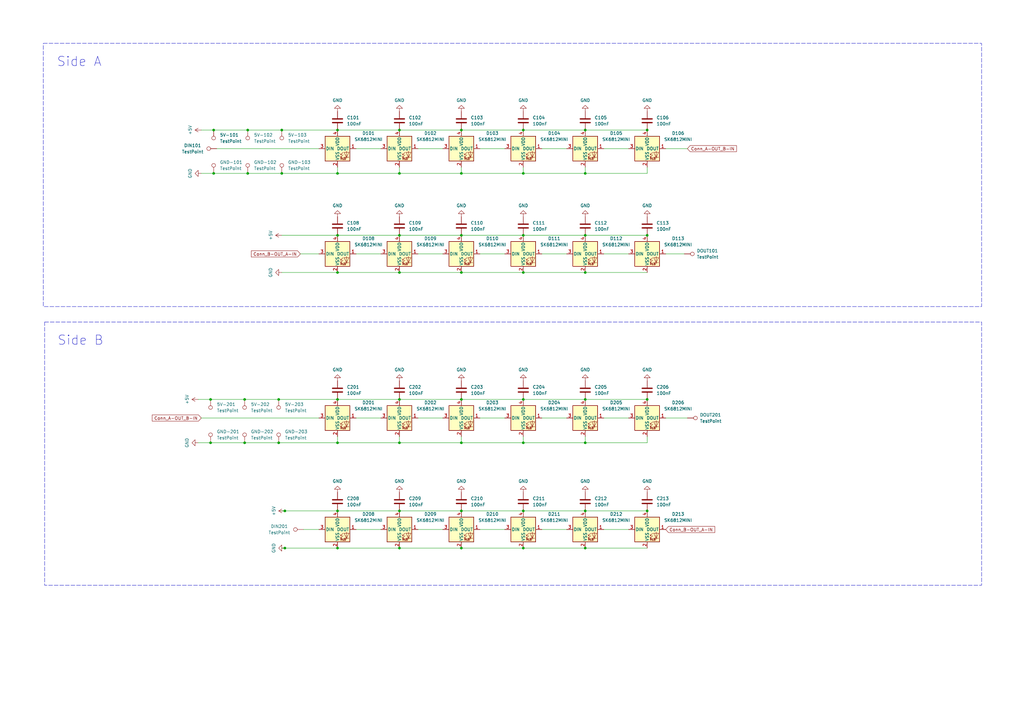
<source format=kicad_sch>
(kicad_sch (version 20231120) (generator "eeschema") (generator_version "8.0")
  (paper "A3")
  (title_block (title "Christmas Tree 2024 - Side B") (date "2024-10-27") (rev "2.1") (company "Sternenlabor e.V.") (comment 1 "André Fiedler <mail@andrefiedler.de>"))
  (lib_symbols
    (symbol "Connector:TestPoint" (pin_numbers hide) (pin_names (offset 0.762) hide)
      (property "Reference" "TP" (at 0 6.858 0))
      (property "Value" "TestPoint" (at 0 5.08 0))
      (symbol "TestPoint_0_1"
        (circle (center 0 3.302) (radius 0.762))
      )
      (symbol "TestPoint_1_1"
        (pin passive line (at 0 0 90) (length 2.54) (name "1") (number "1"))
      )
    )
    (symbol "Device:C" (pin_numbers hide) (pin_names (offset 0.254))
      (property "Reference" "C" (at 0.635 2.54 0))
      (property "Value" "C" (at 0.635 -2.54 0))
      (symbol "C_0_1"
        (polyline (pts (xy -2.032 -0.762) (xy 2.032 -0.762)) (stroke (width 0.508)))
        (polyline (pts (xy -2.032 0.762) (xy 2.032 0.762)) (stroke (width 0.508)))
      )
      (symbol "C_1_1"
        (pin passive line (at 0 3.81 270) (length 2.794) (name "~") (number "1"))
        (pin passive line (at 0 -3.81 90) (length 2.794) (name "~") (number "2"))
      )
    )
    (symbol "LED:SK6812MINI" (pin_names (offset 0.254))
      (property "Reference" "D" (at 5.08 5.715 0))
      (property "Value" "SK6812MINI" (at 1.27 -5.715 0))
      (symbol "SK6812MINI_0_0"
        (text "RGB" (at 2.286 -4.191 0) (effects (font (size 0.762 0.762))))
      )
      (symbol "SK6812MINI_0_1"
        (polyline (pts (xy 1.27 -3.556) (xy 1.778 -3.556)))
        (polyline (pts (xy 1.27 -2.54) (xy 1.778 -2.54)))
        (polyline (pts (xy 4.699 -3.556) (xy 2.667 -3.556)))
        (polyline (pts (xy 2.286 -2.54) (xy 1.27 -3.556) (xy 1.27 -3.048)))
        (polyline (pts (xy 2.286 -1.524) (xy 1.27 -2.54) (xy 1.27 -2.032)))
        (polyline (pts (xy 3.683 -1.016) (xy 3.683 -3.556) (xy 3.683 -4.064)))
        (polyline (pts (xy 4.699 -1.524) (xy 2.667 -1.524) (xy 3.683 -3.556) (xy 4.699 -1.524)))
        (rectangle (start 5.08 5.08) (end -5.08 -5.08) (stroke (width 0.254)) (fill (type background)))
      )
      (symbol "SK6812MINI_1_1"
        (pin output line (at 7.62 0 180) (length 2.54) (name "DOUT") (number "1"))
        (pin power_in line (at 0 -7.62 90) (length 2.54) (name "VSS") (number "2"))
        (pin input line (at -7.62 0 0) (length 2.54) (name "DIN") (number "3"))
        (pin power_in line (at 0 7.62 270) (length 2.54) (name "VDD") (number "4"))
      )
    )
    (symbol "power:+5V" (power) (pin_names (offset 0))
      (property "Value" "+5V" (at 0 3.556 0))
      (symbol "+5V_0_1"
        (polyline (pts (xy -0.762 1.27) (xy 0 2.54)))
        (polyline (pts (xy 0 0) (xy 0 2.54)))
        (polyline (pts (xy 0 2.54) (xy 0.762 1.27)))
      )
      (symbol "+5V_1_1"
        (pin power_in line (at 0 0 90) (length 0) hide (name "+5V") (number "1"))
      )
    )
    (symbol "power:GND" (power) (pin_names (offset 0))
      (property "Value" "GND" (at 0 -3.81 0))
      (symbol "GND_0_1"
        (polyline (pts (xy 0 0) (xy 0 -1.27) (xy 1.27 -1.27) (xy 0 -2.54) (xy -1.27 -1.27) (xy 0 -1.27)))
      )
      (symbol "GND_1_1"
        (pin power_in line (at 0 0 270) (length 0) hide (name "GND") (number "1"))
      )
    )
  )
  (junction (at 214.63 53.34))
  (junction (at 189.23 209.55))
  (junction (at 240.03 96.52))
  (junction (at 100.33 163.83))
  (junction (at 214.63 96.52))
  (junction (at 101.6 71.12))
  (junction (at 115.57 71.12))
  (junction (at 240.03 53.34))
  (junction (at 114.3 181.61))
  (junction (at 87.63 53.34))
  (junction (at 189.23 71.12))
  (junction (at 138.43 111.76))
  (junction (at 163.83 71.12))
  (junction (at 86.36 181.61))
  (junction (at 138.43 224.79))
  (junction (at 116.84 209.55))
  (junction (at 86.36 163.83))
  (junction (at 240.03 163.83))
  (junction (at 189.23 96.52))
  (junction (at 240.03 209.55))
  (junction (at 189.23 224.79))
  (junction (at 214.63 224.79))
  (junction (at 189.23 181.61))
  (junction (at 87.63 71.12))
  (junction (at 189.23 163.83))
  (junction (at 115.57 53.34))
  (junction (at 240.03 111.76))
  (junction (at 138.43 163.83))
  (junction (at 265.43 163.83))
  (junction (at 265.43 53.34))
  (junction (at 214.63 181.61))
  (junction (at 138.43 181.61))
  (junction (at 101.6 53.34))
  (junction (at 163.83 181.61))
  (junction (at 116.84 224.79))
  (junction (at 163.83 96.52))
  (junction (at 214.63 163.83))
  (junction (at 240.03 181.61))
  (junction (at 214.63 71.12))
  (junction (at 163.83 53.34))
  (junction (at 265.43 96.52))
  (junction (at 138.43 96.52))
  (junction (at 163.83 224.79))
  (junction (at 163.83 209.55))
  (junction (at 189.23 111.76))
  (junction (at 138.43 209.55))
  (junction (at 163.83 111.76))
  (junction (at 100.33 181.61))
  (junction (at 138.43 53.34))
  (junction (at 265.43 209.55))
  (junction (at 189.23 53.34))
  (junction (at 240.03 224.79))
  (junction (at 114.3 163.83))
  (junction (at 163.83 163.83))
  (junction (at 214.63 209.55))
  (junction (at 138.43 71.12))
  (junction (at 214.63 111.76))
  (junction (at 240.03 71.12))
  (wire (pts (xy 214.63 163.83) (xy 240.03 163.83)))
  (wire (pts (xy 116.84 209.55) (xy 138.43 209.55)))
  (wire (pts (xy 189.23 163.83) (xy 214.63 163.83)))
  (wire (pts (xy 189.23 181.61) (xy 214.63 181.61)))
  (wire (pts (xy 114.3 163.83) (xy 138.43 163.83)))
  (wire (pts (xy 247.65 217.17) (xy 257.81 217.17)))
  (wire (pts (xy 171.45 104.14) (xy 181.61 104.14)))
  (wire (pts (xy 163.83 111.76) (xy 189.23 111.76)))
  (wire (pts (xy 81.28 181.61) (xy 86.36 181.61)))
  (wire (pts (xy 281.94 60.96) (xy 273.05 60.96)))
  (wire (pts (xy 100.33 181.61) (xy 114.3 181.61)))
  (wire (pts (xy 115.57 209.55) (xy 116.84 209.55)))
  (wire (pts (xy 189.23 96.52) (xy 214.63 96.52)))
  (wire (pts (xy 240.03 53.34) (xy 265.43 53.34)))
  (wire (pts (xy 171.45 60.96) (xy 181.61 60.96)))
  (wire (pts (xy 189.23 181.61) (xy 189.23 179.07)))
  (wire (pts (xy 214.63 224.79) (xy 240.03 224.79)))
  (wire (pts (xy 240.03 111.76) (xy 265.43 111.76)))
  (wire (pts (xy 146.05 60.96) (xy 156.21 60.96)))
  (wire (pts (xy 171.45 217.17) (xy 181.61 217.17)))
  (wire (pts (xy 214.63 71.12) (xy 240.03 71.12)))
  (wire (pts (xy 88.9 60.96) (xy 130.81 60.96)))
  (wire (pts (xy 196.85 217.17) (xy 207.01 217.17)))
  (wire (pts (xy 116.84 224.79) (xy 138.43 224.79)))
  (wire (pts (xy 163.83 53.34) (xy 189.23 53.34)))
  (wire (pts (xy 124.46 217.17) (xy 130.81 217.17)))
  (wire (pts (xy 240.03 163.83) (xy 265.43 163.83)))
  (wire (pts (xy 138.43 53.34) (xy 163.83 53.34)))
  (wire (pts (xy 146.05 171.45) (xy 156.21 171.45)))
  (wire (pts (xy 163.83 163.83) (xy 189.23 163.83)))
  (wire (pts (xy 214.63 53.34) (xy 240.03 53.34)))
  (wire (pts (xy 82.55 71.12) (xy 87.63 71.12)))
  (wire (pts (xy 214.63 96.52) (xy 240.03 96.52)))
  (wire (pts (xy 163.83 71.12) (xy 163.83 68.58)))
  (wire (pts (xy 247.65 104.14) (xy 257.81 104.14)))
  (wire (pts (xy 189.23 53.34) (xy 214.63 53.34)))
  (wire (pts (xy 189.23 71.12) (xy 189.23 68.58)))
  (wire (pts (xy 171.45 171.45) (xy 181.61 171.45)))
  (wire (pts (xy 82.55 53.34) (xy 87.63 53.34)))
  (wire (pts (xy 222.25 60.96) (xy 232.41 60.96)))
  (wire (pts (xy 163.83 96.52) (xy 189.23 96.52)))
  (wire (pts (xy 115.57 71.12) (xy 138.43 71.12)))
  (wire (pts (xy 146.05 104.14) (xy 156.21 104.14)))
  (wire (pts (xy 163.83 181.61) (xy 163.83 179.07)))
  (wire (pts (xy 240.03 71.12) (xy 265.43 71.12)))
  (wire (pts (xy 123.19 104.14) (xy 130.81 104.14)))
  (wire (pts (xy 101.6 53.34) (xy 115.57 53.34)))
  (wire (pts (xy 214.63 209.55) (xy 240.03 209.55)))
  (wire (pts (xy 115.57 111.76) (xy 138.43 111.76)))
  (wire (pts (xy 138.43 111.76) (xy 163.83 111.76)))
  (wire (pts (xy 114.3 181.61) (xy 138.43 181.61)))
  (wire (pts (xy 240.03 181.61) (xy 265.43 181.61)))
  (wire (pts (xy 240.03 96.52) (xy 265.43 96.52)))
  (wire (pts (xy 222.25 217.17) (xy 232.41 217.17)))
  (wire (pts (xy 138.43 224.79) (xy 163.83 224.79)))
  (wire (pts (xy 115.57 224.79) (xy 116.84 224.79)))
  (wire (pts (xy 247.65 171.45) (xy 257.81 171.45)))
  (wire (pts (xy 240.03 71.12) (xy 240.03 68.58)))
  (wire (pts (xy 138.43 71.12) (xy 163.83 71.12)))
  (wire (pts (xy 240.03 209.55) (xy 265.43 209.55)))
  (wire (pts (xy 214.63 181.61) (xy 240.03 181.61)))
  (wire (pts (xy 196.85 171.45) (xy 207.01 171.45)))
  (wire (pts (xy 138.43 96.52) (xy 163.83 96.52)))
  (wire (pts (xy 222.25 104.14) (xy 232.41 104.14)))
  (wire (pts (xy 196.85 104.14) (xy 207.01 104.14)))
  (wire (pts (xy 196.85 60.96) (xy 207.01 60.96)))
  (wire (pts (xy 163.83 181.61) (xy 189.23 181.61)))
  (wire (pts (xy 101.6 71.12) (xy 115.57 71.12)))
  (wire (pts (xy 163.83 224.79) (xy 189.23 224.79)))
  (wire (pts (xy 115.57 53.34) (xy 138.43 53.34)))
  (wire (pts (xy 163.83 209.55) (xy 189.23 209.55)))
  (wire (pts (xy 189.23 111.76) (xy 214.63 111.76)))
  (wire (pts (xy 146.05 217.17) (xy 156.21 217.17)))
  (wire (pts (xy 163.83 71.12) (xy 189.23 71.12)))
  (wire (pts (xy 115.57 96.52) (xy 138.43 96.52)))
  (wire (pts (xy 138.43 71.12) (xy 138.43 68.58)))
  (wire (pts (xy 189.23 224.79) (xy 214.63 224.79)))
  (wire (pts (xy 265.43 71.12) (xy 265.43 68.58)))
  (wire (pts (xy 138.43 209.55) (xy 163.83 209.55)))
  (wire (pts (xy 82.55 171.45) (xy 130.81 171.45)))
  (wire (pts (xy 214.63 181.61) (xy 214.63 179.07)))
  (wire (pts (xy 138.43 181.61) (xy 138.43 179.07)))
  (wire (pts (xy 273.05 171.45) (xy 281.94 171.45)))
  (wire (pts (xy 240.03 224.79) (xy 265.43 224.79)))
  (wire (pts (xy 86.36 181.61) (xy 100.33 181.61)))
  (wire (pts (xy 81.28 163.83) (xy 86.36 163.83)))
  (wire (pts (xy 265.43 181.61) (xy 265.43 179.07)))
  (wire (pts (xy 273.05 104.14) (xy 280.67 104.14)))
  (wire (pts (xy 222.25 171.45) (xy 232.41 171.45)))
  (wire (pts (xy 240.03 181.61) (xy 240.03 179.07)))
  (wire (pts (xy 86.36 163.83) (xy 100.33 163.83)))
  (wire (pts (xy 214.63 71.12) (xy 214.63 68.58)))
  (wire (pts (xy 247.65 60.96) (xy 257.81 60.96)))
  (wire (pts (xy 100.33 163.83) (xy 114.3 163.83)))
  (wire (pts (xy 87.63 71.12) (xy 101.6 71.12)))
  (wire (pts (xy 214.63 111.76) (xy 240.03 111.76)))
  (wire (pts (xy 189.23 209.55) (xy 214.63 209.55)))
  (wire (pts (xy 189.23 71.12) (xy 214.63 71.12)))
  (wire (pts (xy 138.43 181.61) (xy 163.83 181.61)))
  (wire (pts (xy 87.63 53.34) (xy 101.6 53.34)))
  (wire (pts (xy 138.43 163.83) (xy 163.83 163.83)))
  (rectangle (start 18.288 132.08) (end 402.59 240.03) (stroke (width 0) (type dash)))
  (rectangle (start 17.78 17.78) (end 402.59 125.73) (stroke (width 0) (type dash)))
  (text "Side A" (at 32.512 25.4 0) (effects (font (size 3.81 3.81))))
  (text "Side B" (at 33.02 139.7 0) (effects (font (size 3.81 3.81))))
  (global_label "Conn_A-OUT_B-IN" (shape input) (at 281.94 60.96 0) (property "Intersheetrefs" "${INTERSHEET_REFS}" (effects (hide yes))))
  (global_label "Conn_B-OUT_A-IN" (shape input) (at 273.05 217.17 0) (property "Intersheetrefs" "${INTERSHEET_REFS}" (effects (hide yes))))
  (global_label "Conn_A-OUT_B-IN" (shape input) (at 82.55 171.45 180) (property "Intersheetrefs" "${INTERSHEET_REFS}" (effects (hide yes))))
  (global_label "Conn_B-OUT_A-IN" (shape input) (at 123.19 104.14 180) (property "Intersheetrefs" "${INTERSHEET_REFS}" (effects (hide yes))))
  (symbol (lib_id "Device:C") (at 163.83 160.02 0) (unit 1)
    (property "Reference" "C202" (at 167.64 158.7499 0) (effects (justify left)))
    (property "Value" "100nF" (at 167.64 161.2899 0) (effects (justify left)))
    (property "Footprint" "Capacitor_SMD:C_0805_2012Metric_Pad1.18x1.45mm_HandSolder" (effects (hide yes)))
    (property "Description" "Unpolarized capacitor" (effects (hide yes)))
  )
  (symbol (lib_id "power:GND") (at 189.23 156.21 180) (unit 1)
    (property "Reference" "#PWR019" (effects (hide yes)))
    (property "Value" "GND" (at 189.23 151.638 0))
  )
  (symbol (lib_id "power:GND") (at 82.55 71.12 270) (unit 1)
    (property "Reference" "#PWR02" (effects (hide yes)))
    (property "Value" "GND" (at 77.978 71.12 0))
  )
  (symbol (lib_id "Device:C") (at 214.63 205.74 0) (unit 1)
    (property "Reference" "C211" (at 218.44 204.4699 0) (effects (justify left)))
    (property "Value" "100nF" (at 218.44 207.0099 0) (effects (justify left)))
    (property "Footprint" "Capacitor_SMD:C_0805_2012Metric_Pad1.18x1.45mm_HandSolder" (effects (hide yes)))
    (property "Description" "Unpolarized capacitor" (effects (hide yes)))
  )
  (symbol (lib_id "Connector:TestPoint") (at 100.33 163.83 180) (unit 1)
    (property "Reference" "5V-202" (at 102.87 165.8619 0) (effects (justify right)))
    (property "Value" "TestPoint" (at 102.87 168.4019 0) (effects (justify right)))
    (property "Footprint" "TestPoint:TestPoint_Pad_3.0x3.0mm" (effects (hide yes)))
  )
  (symbol (lib_id "power:+5V") (at 82.55 53.34 90) (unit 1)
    (property "Reference" "#PWR01" (effects (hide yes)))
    (property "Value" "+5V" (at 77.978 53.34 0))
  )
  (symbol (lib_id "LED:SK6812MINI") (at 163.83 104.14 0) (unit 1)
    (property "Reference" "D109" (at 176.53 97.8214 0))
    (property "Value" "SK6812MINI" (at 176.53 100.3614 0))
    (property "Footprint" "parts:LED_SK6812MINI_PLCC4_3.5x3.5mm_P1.75mm" (effects (hide yes)))
    (property "Datasheet" "https://cdn-shop.adafruit.com/product-files/2686/SK6812MINI_REV.01-1-2.pdf" (effects (hide yes)))
    (property "Description" "RGB LED with integrated controller" (effects (hide yes)))
  )
  (symbol (lib_id "LED:SK6812MINI") (at 240.03 171.45 0) (unit 1)
    (property "Reference" "D205" (at 252.73 165.1314 0))
    (property "Value" "SK6812MINI" (at 252.73 167.6714 0))
    (property "Footprint" "parts:LED_SK6812MINI_PLCC4_3.5x3.5mm_P1.75mm" (effects (hide yes)))
    (property "Datasheet" "https://cdn-shop.adafruit.com/product-files/2686/SK6812MINI_REV.01-1-2.pdf" (effects (hide yes)))
    (property "Description" "RGB LED with integrated controller" (effects (hide yes)))
  )
  (symbol (lib_id "Connector:TestPoint") (at 87.63 71.12 0) (unit 1)
    (property "Reference" "GND-101" (at 90.17 66.5479 0) (effects (justify left)))
    (property "Value" "TestPoint" (at 90.17 69.0879 0) (effects (justify left)))
    (property "Footprint" "TestPoint:TestPoint_Pad_3.0x3.0mm" (effects (hide yes)))
  )
  (symbol (lib_id "LED:SK6812MINI") (at 265.43 171.45 0) (unit 1)
    (property "Reference" "D206" (at 278.13 165.1314 0))
    (property "Value" "SK6812MINI" (at 278.13 167.6714 0))
    (property "Footprint" "parts:LED_SK6812MINI_PLCC4_3.5x3.5mm_P1.75mm" (effects (hide yes)))
    (property "Datasheet" "https://cdn-shop.adafruit.com/product-files/2686/SK6812MINI_REV.01-1-2.pdf" (effects (hide yes)))
    (property "Description" "RGB LED with integrated controller" (effects (hide yes)))
  )
  (symbol (lib_id "power:GND") (at 265.43 88.9 180) (unit 1)
    (property "Reference" "#PWR030" (effects (hide yes)))
    (property "Value" "GND" (at 265.43 84.328 0))
  )
  (symbol (lib_id "power:GND") (at 163.83 88.9 180) (unit 1)
    (property "Reference" "#PWR014" (effects (hide yes)))
    (property "Value" "GND" (at 163.83 84.328 0))
  )
  (symbol (lib_id "power:GND") (at 240.03 156.21 180) (unit 1)
    (property "Reference" "#PWR027" (effects (hide yes)))
    (property "Value" "GND" (at 240.03 151.638 0))
  )
  (symbol (lib_id "power:GND") (at 240.03 88.9 180) (unit 1)
    (property "Reference" "#PWR026" (effects (hide yes)))
    (property "Value" "GND" (at 240.03 84.328 0))
  )
  (symbol (lib_id "power:GND") (at 189.23 88.9 180) (unit 1)
    (property "Reference" "#PWR018" (effects (hide yes)))
    (property "Value" "GND" (at 189.23 84.328 0))
  )
  (symbol (lib_id "LED:SK6812MINI") (at 240.03 60.96 0) (unit 1)
    (property "Reference" "D105" (at 252.73 54.6414 0))
    (property "Value" "SK6812MINI" (at 252.73 57.1814 0))
    (property "Footprint" "parts:LED_SK6812MINI_PLCC4_3.5x3.5mm_P1.75mm" (effects (hide yes)))
    (property "Datasheet" "https://cdn-shop.adafruit.com/product-files/2686/SK6812MINI_REV.01-1-2.pdf" (effects (hide yes)))
    (property "Description" "RGB LED with integrated controller" (effects (hide yes)))
  )
  (symbol (lib_id "power:GND") (at 116.84 224.79 270) (unit 1)
    (property "Reference" "#PWR08" (effects (hide yes)))
    (property "Value" "GND" (at 112.268 224.79 0))
  )
  (symbol (lib_id "LED:SK6812MINI") (at 214.63 60.96 0) (unit 1)
    (property "Reference" "D104" (at 227.33 54.6414 0))
    (property "Value" "SK6812MINI" (at 227.33 57.1814 0))
    (property "Footprint" "parts:LED_SK6812MINI_PLCC4_3.5x3.5mm_P1.75mm" (effects (hide yes)))
    (property "Datasheet" "https://cdn-shop.adafruit.com/product-files/2686/SK6812MINI_REV.01-1-2.pdf" (effects (hide yes)))
    (property "Description" "RGB LED with integrated controller" (effects (hide yes)))
  )
  (symbol (lib_id "Device:C") (at 189.23 49.53 0) (unit 1)
    (property "Reference" "C103" (at 193.04 48.2599 0) (effects (justify left)))
    (property "Value" "100nF" (at 193.04 50.7999 0) (effects (justify left)))
    (property "Footprint" "Capacitor_SMD:C_0805_2012Metric_Pad1.18x1.45mm_HandSolder" (effects (hide yes)))
    (property "Description" "Unpolarized capacitor" (effects (hide yes)))
  )
  (symbol (lib_id "Device:C") (at 265.43 205.74 0) (unit 1)
    (property "Reference" "C213" (at 269.24 204.4699 0) (effects (justify left)))
    (property "Value" "100nF" (at 269.24 207.0099 0) (effects (justify left)))
    (property "Footprint" "Capacitor_SMD:C_0805_2012Metric_Pad1.18x1.45mm_HandSolder" (effects (hide yes)))
    (property "Description" "Unpolarized capacitor" (effects (hide yes)))
  )
  (symbol (lib_id "power:GND") (at 240.03 45.72 180) (unit 1)
    (property "Reference" "#PWR025" (effects (hide yes)))
    (property "Value" "GND" (at 240.03 41.148 0))
  )
  (symbol (lib_id "power:GND") (at 138.43 201.93 180) (unit 1)
    (property "Reference" "#PWR012" (effects (hide yes)))
    (property "Value" "GND" (at 138.43 197.358 0))
  )
  (symbol (lib_id "power:GND") (at 115.57 111.76 270) (unit 1)
    (property "Reference" "#PWR06" (effects (hide yes)))
    (property "Value" "GND" (at 110.998 111.76 0))
  )
  (symbol (lib_id "Device:C") (at 138.43 205.74 0) (unit 1)
    (property "Reference" "C208" (at 142.24 204.4699 0) (effects (justify left)))
    (property "Value" "100nF" (at 142.24 207.0099 0) (effects (justify left)))
    (property "Footprint" "Capacitor_SMD:C_0805_2012Metric_Pad1.18x1.45mm_HandSolder" (effects (hide yes)))
    (property "Description" "Unpolarized capacitor" (effects (hide yes)))
  )
  (symbol (lib_id "power:GND") (at 189.23 201.93 180) (unit 1)
    (property "Reference" "#PWR020" (effects (hide yes)))
    (property "Value" "GND" (at 189.23 197.358 0))
  )
  (symbol (lib_id "Connector:TestPoint") (at 86.36 181.61 0) (unit 1)
    (property "Reference" "GND-201" (at 88.9 177.0379 0) (effects (justify left)))
    (property "Value" "TestPoint" (at 88.9 179.5779 0) (effects (justify left)))
    (property "Footprint" "TestPoint:TestPoint_Pad_3.0x3.0mm" (effects (hide yes)))
  )
  (symbol (lib_id "power:+5V") (at 115.57 96.52 90) (unit 1)
    (property "Reference" "#PWR05" (effects (hide yes)))
    (property "Value" "+5V" (at 110.998 96.52 0))
  )
  (symbol (lib_id "power:GND") (at 214.63 45.72 180) (unit 1)
    (property "Reference" "#PWR021" (effects (hide yes)))
    (property "Value" "GND" (at 214.63 41.148 0))
  )
  (symbol (lib_id "Device:C") (at 189.23 205.74 0) (unit 1)
    (property "Reference" "C210" (at 193.04 204.4699 0) (effects (justify left)))
    (property "Value" "100nF" (at 193.04 207.0099 0) (effects (justify left)))
    (property "Footprint" "Capacitor_SMD:C_0805_2012Metric_Pad1.18x1.45mm_HandSolder" (effects (hide yes)))
    (property "Description" "Unpolarized capacitor" (effects (hide yes)))
  )
  (symbol (lib_id "LED:SK6812MINI") (at 240.03 104.14 0) (unit 1)
    (property "Reference" "D112" (at 252.73 97.8214 0))
    (property "Value" "SK6812MINI" (at 252.73 100.3614 0))
    (property "Footprint" "parts:LED_SK6812MINI_PLCC4_3.5x3.5mm_P1.75mm" (effects (hide yes)))
    (property "Datasheet" "https://cdn-shop.adafruit.com/product-files/2686/SK6812MINI_REV.01-1-2.pdf" (effects (hide yes)))
    (property "Description" "RGB LED with integrated controller" (effects (hide yes)))
  )
  (symbol (lib_id "Device:C") (at 265.43 92.71 0) (unit 1)
    (property "Reference" "C113" (at 269.24 91.4399 0) (effects (justify left)))
    (property "Value" "100nF" (at 269.24 93.9799 0) (effects (justify left)))
    (property "Footprint" "Capacitor_SMD:C_0805_2012Metric_Pad1.18x1.45mm_HandSolder" (effects (hide yes)))
    (property "Description" "Unpolarized capacitor" (effects (hide yes)))
  )
  (symbol (lib_id "power:GND") (at 163.83 156.21 180) (unit 1)
    (property "Reference" "#PWR015" (effects (hide yes)))
    (property "Value" "GND" (at 163.83 151.638 0))
  )
  (symbol (lib_id "LED:SK6812MINI") (at 138.43 217.17 0) (unit 1)
    (property "Reference" "D208" (at 151.13 210.8514 0))
    (property "Value" "SK6812MINI" (at 151.13 213.3914 0))
    (property "Footprint" "parts:LED_SK6812MINI_PLCC4_3.5x3.5mm_P1.75mm" (effects (hide yes)))
    (property "Datasheet" "https://cdn-shop.adafruit.com/product-files/2686/SK6812MINI_REV.01-1-2.pdf" (effects (hide yes)))
    (property "Description" "RGB LED with integrated controller" (effects (hide yes)))
  )
  (symbol (lib_id "power:GND") (at 265.43 156.21 180) (unit 1)
    (property "Reference" "#PWR031" (effects (hide yes)))
    (property "Value" "GND" (at 265.43 151.638 0))
  )
  (symbol (lib_id "Device:C") (at 138.43 49.53 0) (unit 1)
    (property "Reference" "C101" (at 142.24 48.2599 0) (effects (justify left)))
    (property "Value" "100nF" (at 142.24 50.7999 0) (effects (justify left)))
    (property "Footprint" "Capacitor_SMD:C_0805_2012Metric_Pad1.18x1.45mm_HandSolder" (effects (hide yes)))
    (property "Description" "Unpolarized capacitor" (effects (hide yes)))
  )
  (symbol (lib_id "LED:SK6812MINI") (at 138.43 60.96 0) (unit 1)
    (property "Reference" "D101" (at 151.13 54.6414 0))
    (property "Value" "SK6812MINI" (at 151.13 57.1814 0))
    (property "Footprint" "parts:LED_SK6812MINI_PLCC4_3.5x3.5mm_P1.75mm" (effects (hide yes)))
    (property "Datasheet" "https://cdn-shop.adafruit.com/product-files/2686/SK6812MINI_REV.01-1-2.pdf" (effects (hide yes)))
    (property "Description" "RGB LED with integrated controller" (effects (hide yes)))
  )
  (symbol (lib_id "power:GND") (at 240.03 201.93 180) (unit 1)
    (property "Reference" "#PWR028" (effects (hide yes)))
    (property "Value" "GND" (at 240.03 197.358 0))
  )
  (symbol (lib_id "Connector:TestPoint") (at 281.94 171.45 270) (unit 1)
    (property "Reference" "DOUT201" (at 287.02 170.1799 90) (effects (justify left)))
    (property "Value" "TestPoint" (at 287.02 172.7199 90) (effects (justify left)))
    (property "Footprint" "TestPoint:TestPoint_Pad_3.0x3.0mm" (effects (hide yes)))
  )
  (symbol (lib_id "LED:SK6812MINI") (at 214.63 217.17 0) (unit 1)
    (property "Reference" "D211" (at 227.33 210.8514 0))
    (property "Value" "SK6812MINI" (at 227.33 213.3914 0))
    (property "Footprint" "parts:LED_SK6812MINI_PLCC4_3.5x3.5mm_P1.75mm" (effects (hide yes)))
    (property "Datasheet" "https://cdn-shop.adafruit.com/product-files/2686/SK6812MINI_REV.01-1-2.pdf" (effects (hide yes)))
    (property "Description" "RGB LED with integrated controller" (effects (hide yes)))
  )
  (symbol (lib_id "Device:C") (at 214.63 160.02 0) (unit 1)
    (property "Reference" "C204" (at 218.44 158.7499 0) (effects (justify left)))
    (property "Value" "100nF" (at 218.44 161.2899 0) (effects (justify left)))
    (property "Footprint" "Capacitor_SMD:C_0805_2012Metric_Pad1.18x1.45mm_HandSolder" (effects (hide yes)))
    (property "Description" "Unpolarized capacitor" (effects (hide yes)))
  )
  (symbol (lib_id "LED:SK6812MINI") (at 189.23 104.14 0) (unit 1)
    (property "Reference" "D110" (at 201.93 97.8214 0))
    (property "Value" "SK6812MINI" (at 201.93 100.3614 0))
    (property "Footprint" "parts:LED_SK6812MINI_PLCC4_3.5x3.5mm_P1.75mm" (effects (hide yes)))
    (property "Datasheet" "https://cdn-shop.adafruit.com/product-files/2686/SK6812MINI_REV.01-1-2.pdf" (effects (hide yes)))
    (property "Description" "RGB LED with integrated controller" (effects (hide yes)))
  )
  (symbol (lib_id "power:GND") (at 265.43 201.93 180) (unit 1)
    (property "Reference" "#PWR032" (effects (hide yes)))
    (property "Value" "GND" (at 265.43 197.358 0))
  )
  (symbol (lib_id "Device:C") (at 163.83 205.74 0) (unit 1)
    (property "Reference" "C209" (at 167.64 204.4699 0) (effects (justify left)))
    (property "Value" "100nF" (at 167.64 207.0099 0) (effects (justify left)))
    (property "Footprint" "Capacitor_SMD:C_0805_2012Metric_Pad1.18x1.45mm_HandSolder" (effects (hide yes)))
    (property "Description" "Unpolarized capacitor" (effects (hide yes)))
  )
  (symbol (lib_id "LED:SK6812MINI") (at 189.23 217.17 0) (unit 1)
    (property "Reference" "D210" (at 201.93 210.8514 0))
    (property "Value" "SK6812MINI" (at 201.93 213.3914 0))
    (property "Footprint" "parts:LED_SK6812MINI_PLCC4_3.5x3.5mm_P1.75mm" (effects (hide yes)))
    (property "Datasheet" "https://cdn-shop.adafruit.com/product-files/2686/SK6812MINI_REV.01-1-2.pdf" (effects (hide yes)))
    (property "Description" "RGB LED with integrated controller" (effects (hide yes)))
  )
  (symbol (lib_id "power:GND") (at 214.63 88.9 180) (unit 1)
    (property "Reference" "#PWR022" (effects (hide yes)))
    (property "Value" "GND" (at 214.63 84.328 0))
  )
  (symbol (lib_id "Connector:TestPoint") (at 88.9 60.96 90) (unit 1)
    (property "Reference" "DIN101" (at 78.994 59.69 90))
    (property "Value" "TestPoint" (at 78.994 62.23 90))
    (property "Footprint" "TestPoint:TestPoint_Pad_3.0x3.0mm" (effects (hide yes)))
  )
  (symbol (lib_id "Connector:TestPoint") (at 100.33 181.61 0) (unit 1)
    (property "Reference" "GND-202" (at 102.87 177.0379 0) (effects (justify left)))
    (property "Value" "TestPoint" (at 102.87 179.5779 0) (effects (justify left)))
    (property "Footprint" "TestPoint:TestPoint_Pad_3.0x3.0mm" (effects (hide yes)))
  )
  (symbol (lib_id "Connector:TestPoint") (at 101.6 53.34 180) (unit 1)
    (property "Reference" "5V-102" (at 104.14 55.3719 0) (effects (justify right)))
    (property "Value" "TestPoint" (at 104.14 57.9119 0) (effects (justify right)))
    (property "Footprint" "TestPoint:TestPoint_Pad_3.0x3.0mm" (effects (hide yes)))
  )
  (symbol (lib_id "Device:C") (at 189.23 160.02 0) (unit 1)
    (property "Reference" "C203" (at 193.04 158.7499 0) (effects (justify left)))
    (property "Value" "100nF" (at 193.04 161.2899 0) (effects (justify left)))
    (property "Footprint" "Capacitor_SMD:C_0805_2012Metric_Pad1.18x1.45mm_HandSolder" (effects (hide yes)))
    (property "Description" "Unpolarized capacitor" (effects (hide yes)))
  )
  (symbol (lib_id "LED:SK6812MINI") (at 138.43 104.14 0) (unit 1)
    (property "Reference" "D108" (at 151.13 97.8214 0))
    (property "Value" "SK6812MINI" (at 151.13 100.3614 0))
    (property "Footprint" "parts:LED_SK6812MINI_PLCC4_3.5x3.5mm_P1.75mm" (effects (hide yes)))
    (property "Datasheet" "https://cdn-shop.adafruit.com/product-files/2686/SK6812MINI_REV.01-1-2.pdf" (effects (hide yes)))
    (property "Description" "RGB LED with integrated controller" (effects (hide yes)))
  )
  (symbol (lib_id "power:GND") (at 189.23 45.72 180) (unit 1)
    (property "Reference" "#PWR017" (effects (hide yes)))
    (property "Value" "GND" (at 189.23 41.148 0))
  )
  (symbol (lib_id "LED:SK6812MINI") (at 214.63 171.45 0) (unit 1)
    (property "Reference" "D204" (at 227.33 165.1314 0))
    (property "Value" "SK6812MINI" (at 227.33 167.6714 0))
    (property "Footprint" "parts:LED_SK6812MINI_PLCC4_3.5x3.5mm_P1.75mm" (effects (hide yes)))
    (property "Datasheet" "https://cdn-shop.adafruit.com/product-files/2686/SK6812MINI_REV.01-1-2.pdf" (effects (hide yes)))
    (property "Description" "RGB LED with integrated controller" (effects (hide yes)))
  )
  (symbol (lib_id "Connector:TestPoint") (at 280.67 104.14 270) (unit 1)
    (property "Reference" "DOUT101" (at 285.75 102.8699 90) (effects (justify left)))
    (property "Value" "TestPoint" (at 285.75 105.4099 90) (effects (justify left)))
    (property "Footprint" "TestPoint:TestPoint_Pad_3.0x3.0mm" (effects (hide yes)))
  )
  (symbol (lib_id "Connector:TestPoint") (at 101.6 71.12 0) (unit 1)
    (property "Reference" "GND-102" (at 104.14 66.5479 0) (effects (justify left)))
    (property "Value" "TestPoint" (at 104.14 69.0879 0) (effects (justify left)))
    (property "Footprint" "TestPoint:TestPoint_Pad_3.0x3.0mm" (effects (hide yes)))
  )
  (symbol (lib_id "power:GND") (at 163.83 201.93 180) (unit 1)
    (property "Reference" "#PWR016" (effects (hide yes)))
    (property "Value" "GND" (at 163.83 197.358 0))
  )
  (symbol (lib_id "LED:SK6812MINI") (at 163.83 217.17 0) (unit 1)
    (property "Reference" "D209" (at 176.53 210.8514 0))
    (property "Value" "SK6812MINI" (at 176.53 213.3914 0))
    (property "Footprint" "parts:LED_SK6812MINI_PLCC4_3.5x3.5mm_P1.75mm" (effects (hide yes)))
    (property "Datasheet" "https://cdn-shop.adafruit.com/product-files/2686/SK6812MINI_REV.01-1-2.pdf" (effects (hide yes)))
    (property "Description" "RGB LED with integrated controller" (effects (hide yes)))
  )
  (symbol (lib_id "LED:SK6812MINI") (at 265.43 217.17 0) (unit 1)
    (property "Reference" "D213" (at 278.13 210.8514 0))
    (property "Value" "SK6812MINI" (at 278.13 213.3914 0))
    (property "Footprint" "parts:LED_SK6812MINI_PLCC4_3.5x3.5mm_P1.75mm" (effects (hide yes)))
    (property "Datasheet" "https://cdn-shop.adafruit.com/product-files/2686/SK6812MINI_REV.01-1-2.pdf" (effects (hide yes)))
    (property "Description" "RGB LED with integrated controller" (effects (hide yes)))
  )
  (symbol (lib_id "Device:C") (at 265.43 49.53 0) (unit 1)
    (property "Reference" "C106" (at 269.24 48.2599 0) (effects (justify left)))
    (property "Value" "100nF" (at 269.24 50.7999 0) (effects (justify left)))
    (property "Footprint" "Capacitor_SMD:C_0805_2012Metric_Pad1.18x1.45mm_HandSolder" (effects (hide yes)))
    (property "Description" "Unpolarized capacitor" (effects (hide yes)))
  )
  (symbol (lib_id "power:GND") (at 81.28 181.61 270) (unit 1)
    (property "Reference" "#PWR04" (effects (hide yes)))
    (property "Value" "GND" (at 76.708 181.61 0))
  )
  (symbol (lib_id "power:GND") (at 138.43 156.21 180) (unit 1)
    (property "Reference" "#PWR011" (effects (hide yes)))
    (property "Value" "GND" (at 138.43 151.638 0))
  )
  (symbol (lib_id "Connector:TestPoint") (at 115.57 53.34 180) (unit 1)
    (property "Reference" "5V-103" (at 118.11 55.3719 0) (effects (justify right)))
    (property "Value" "TestPoint" (at 118.11 57.9119 0) (effects (justify right)))
    (property "Footprint" "TestPoint:TestPoint_Pad_3.0x3.0mm" (effects (hide yes)))
  )
  (symbol (lib_id "Device:C") (at 240.03 49.53 0) (unit 1)
    (property "Reference" "C105" (at 243.84 48.2599 0) (effects (justify left)))
    (property "Value" "100nF" (at 243.84 50.7999 0) (effects (justify left)))
    (property "Footprint" "Capacitor_SMD:C_0805_2012Metric_Pad1.18x1.45mm_HandSolder" (effects (hide yes)))
    (property "Description" "Unpolarized capacitor" (effects (hide yes)))
  )
  (symbol (lib_id "LED:SK6812MINI") (at 163.83 60.96 0) (unit 1)
    (property "Reference" "D102" (at 176.53 54.6414 0))
    (property "Value" "SK6812MINI" (at 176.53 57.1814 0))
    (property "Footprint" "parts:LED_SK6812MINI_PLCC4_3.5x3.5mm_P1.75mm" (effects (hide yes)))
    (property "Datasheet" "https://cdn-shop.adafruit.com/product-files/2686/SK6812MINI_REV.01-1-2.pdf" (effects (hide yes)))
    (property "Description" "RGB LED with integrated controller" (effects (hide yes)))
  )
  (symbol (lib_id "power:+5V") (at 116.84 209.55 90) (unit 1)
    (property "Reference" "#PWR07" (effects (hide yes)))
    (property "Value" "+5V" (at 112.268 209.55 0))
  )
  (symbol (lib_id "Device:C") (at 163.83 92.71 0) (unit 1)
    (property "Reference" "C109" (at 167.64 91.4399 0) (effects (justify left)))
    (property "Value" "100nF" (at 167.64 93.9799 0) (effects (justify left)))
    (property "Footprint" "Capacitor_SMD:C_0805_2012Metric_Pad1.18x1.45mm_HandSolder" (effects (hide yes)))
    (property "Description" "Unpolarized capacitor" (effects (hide yes)))
  )
  (symbol (lib_id "power:GND") (at 163.83 45.72 180) (unit 1)
    (property "Reference" "#PWR013" (effects (hide yes)))
    (property "Value" "GND" (at 163.83 41.148 0))
  )
  (symbol (lib_id "Connector:TestPoint") (at 86.36 163.83 180) (unit 1)
    (property "Reference" "5V-201" (at 88.9 165.8619 0) (effects (justify right)))
    (property "Value" "TestPoint" (at 88.9 168.4019 0) (effects (justify right)))
    (property "Footprint" "TestPoint:TestPoint_Pad_3.0x3.0mm" (effects (hide yes)))
  )
  (symbol (lib_id "Device:C") (at 240.03 205.74 0) (unit 1)
    (property "Reference" "C212" (at 243.84 204.4699 0) (effects (justify left)))
    (property "Value" "100nF" (at 243.84 207.0099 0) (effects (justify left)))
    (property "Footprint" "Capacitor_SMD:C_0805_2012Metric_Pad1.18x1.45mm_HandSolder" (effects (hide yes)))
    (property "Description" "Unpolarized capacitor" (effects (hide yes)))
  )
  (symbol (lib_id "Connector:TestPoint") (at 115.57 71.12 0) (unit 1)
    (property "Reference" "GND-103" (at 118.11 66.5479 0) (effects (justify left)))
    (property "Value" "TestPoint" (at 118.11 69.0879 0) (effects (justify left)))
    (property "Footprint" "TestPoint:TestPoint_Pad_3.0x3.0mm" (effects (hide yes)))
  )
  (symbol (lib_id "LED:SK6812MINI") (at 163.83 171.45 0) (unit 1)
    (property "Reference" "D202" (at 176.53 165.1314 0))
    (property "Value" "SK6812MINI" (at 176.53 167.6714 0))
    (property "Footprint" "parts:LED_SK6812MINI_PLCC4_3.5x3.5mm_P1.75mm" (effects (hide yes)))
    (property "Datasheet" "https://cdn-shop.adafruit.com/product-files/2686/SK6812MINI_REV.01-1-2.pdf" (effects (hide yes)))
    (property "Description" "RGB LED with integrated controller" (effects (hide yes)))
  )
  (symbol (lib_id "power:+5V") (at 81.28 163.83 90) (unit 1)
    (property "Reference" "#PWR03" (effects (hide yes)))
    (property "Value" "+5V" (at 76.708 163.83 0))
  )
  (symbol (lib_id "LED:SK6812MINI") (at 265.43 60.96 0) (unit 1)
    (property "Reference" "D106" (at 278.13 54.6414 0))
    (property "Value" "SK6812MINI" (at 278.13 57.1814 0))
    (property "Footprint" "parts:LED_SK6812MINI_PLCC4_3.5x3.5mm_P1.75mm" (effects (hide yes)))
    (property "Datasheet" "https://cdn-shop.adafruit.com/product-files/2686/SK6812MINI_REV.01-1-2.pdf" (effects (hide yes)))
    (property "Description" "RGB LED with integrated controller" (effects (hide yes)))
  )
  (symbol (lib_id "LED:SK6812MINI") (at 240.03 217.17 0) (unit 1)
    (property "Reference" "D212" (at 252.73 210.8514 0))
    (property "Value" "SK6812MINI" (at 252.73 213.3914 0))
    (property "Footprint" "parts:LED_SK6812MINI_PLCC4_3.5x3.5mm_P1.75mm" (effects (hide yes)))
    (property "Datasheet" "https://cdn-shop.adafruit.com/product-files/2686/SK6812MINI_REV.01-1-2.pdf" (effects (hide yes)))
    (property "Description" "RGB LED with integrated controller" (effects (hide yes)))
  )
  (symbol (lib_id "LED:SK6812MINI") (at 189.23 60.96 0) (unit 1)
    (property "Reference" "D103" (at 201.93 54.6414 0))
    (property "Value" "SK6812MINI" (at 201.93 57.1814 0))
    (property "Footprint" "parts:LED_SK6812MINI_PLCC4_3.5x3.5mm_P1.75mm" (effects (hide yes)))
    (property "Datasheet" "https://cdn-shop.adafruit.com/product-files/2686/SK6812MINI_REV.01-1-2.pdf" (effects (hide yes)))
    (property "Description" "RGB LED with integrated controller" (effects (hide yes)))
  )
  (symbol (lib_id "Device:C") (at 240.03 160.02 0) (unit 1)
    (property "Reference" "C205" (at 243.84 158.7499 0) (effects (justify left)))
    (property "Value" "100nF" (at 243.84 161.2899 0) (effects (justify left)))
    (property "Footprint" "Capacitor_SMD:C_0805_2012Metric_Pad1.18x1.45mm_HandSolder" (effects (hide yes)))
    (property "Description" "Unpolarized capacitor" (effects (hide yes)))
  )
  (symbol (lib_id "Device:C") (at 138.43 160.02 0) (unit 1)
    (property "Reference" "C201" (at 142.24 158.7499 0) (effects (justify left)))
    (property "Value" "100nF" (at 142.24 161.2899 0) (effects (justify left)))
    (property "Footprint" "Capacitor_SMD:C_0805_2012Metric_Pad1.18x1.45mm_HandSolder" (effects (hide yes)))
    (property "Description" "Unpolarized capacitor" (effects (hide yes)))
  )
  (symbol (lib_id "LED:SK6812MINI") (at 265.43 104.14 0) (unit 1)
    (property "Reference" "D113" (at 278.13 97.8214 0))
    (property "Value" "SK6812MINI" (at 278.13 100.3614 0))
    (property "Footprint" "parts:LED_SK6812MINI_PLCC4_3.5x3.5mm_P1.75mm" (effects (hide yes)))
    (property "Datasheet" "https://cdn-shop.adafruit.com/product-files/2686/SK6812MINI_REV.01-1-2.pdf" (effects (hide yes)))
    (property "Description" "RGB LED with integrated controller" (effects (hide yes)))
  )
  (symbol (lib_id "LED:SK6812MINI") (at 189.23 171.45 0) (unit 1)
    (property "Reference" "D203" (at 201.93 165.1314 0))
    (property "Value" "SK6812MINI" (at 201.93 167.6714 0))
    (property "Footprint" "parts:LED_SK6812MINI_PLCC4_3.5x3.5mm_P1.75mm" (effects (hide yes)))
    (property "Datasheet" "https://cdn-shop.adafruit.com/product-files/2686/SK6812MINI_REV.01-1-2.pdf" (effects (hide yes)))
    (property "Description" "RGB LED with integrated controller" (effects (hide yes)))
  )
  (symbol (lib_id "Device:C") (at 214.63 49.53 0) (unit 1)
    (property "Reference" "C104" (at 218.44 48.2599 0) (effects (justify left)))
    (property "Value" "100nF" (at 218.44 50.7999 0) (effects (justify left)))
    (property "Footprint" "Capacitor_SMD:C_0805_2012Metric_Pad1.18x1.45mm_HandSolder" (effects (hide yes)))
    (property "Description" "Unpolarized capacitor" (effects (hide yes)))
  )
  (symbol (lib_id "Connector:TestPoint") (at 87.63 53.34 180) (unit 1)
    (property "Reference" "5V-101" (at 90.17 55.3719 0) (effects (justify right)))
    (property "Value" "TestPoint" (at 90.17 57.9119 0) (effects (justify right)))
    (property "Footprint" "TestPoint:TestPoint_Pad_3.0x3.0mm" (effects (hide yes)))
  )
  (symbol (lib_id "Device:C") (at 214.63 92.71 0) (unit 1)
    (property "Reference" "C111" (at 218.44 91.4399 0) (effects (justify left)))
    (property "Value" "100nF" (at 218.44 93.9799 0) (effects (justify left)))
    (property "Footprint" "Capacitor_SMD:C_0805_2012Metric_Pad1.18x1.45mm_HandSolder" (effects (hide yes)))
    (property "Description" "Unpolarized capacitor" (effects (hide yes)))
  )
  (symbol (lib_id "power:GND") (at 138.43 88.9 180) (unit 1)
    (property "Reference" "#PWR010" (effects (hide yes)))
    (property "Value" "GND" (at 138.43 84.328 0))
  )
  (symbol (lib_id "Connector:TestPoint") (at 114.3 163.83 180) (unit 1)
    (property "Reference" "5V-203" (at 116.84 165.8619 0) (effects (justify right)))
    (property "Value" "TestPoint" (at 116.84 168.4019 0) (effects (justify right)))
    (property "Footprint" "TestPoint:TestPoint_Pad_3.0x3.0mm" (effects (hide yes)))
  )
  (symbol (lib_id "Device:C") (at 138.43 92.71 0) (unit 1)
    (property "Reference" "C108" (at 142.24 91.4399 0) (effects (justify left)))
    (property "Value" "100nF" (at 142.24 93.9799 0) (effects (justify left)))
    (property "Footprint" "Capacitor_SMD:C_0805_2012Metric_Pad1.18x1.45mm_HandSolder" (effects (hide yes)))
    (property "Description" "Unpolarized capacitor" (effects (hide yes)))
  )
  (symbol (lib_id "power:GND") (at 214.63 201.93 180) (unit 1)
    (property "Reference" "#PWR024" (effects (hide yes)))
    (property "Value" "GND" (at 214.63 197.358 0))
  )
  (symbol (lib_id "Device:C") (at 265.43 160.02 0) (unit 1)
    (property "Reference" "C206" (at 269.24 158.7499 0) (effects (justify left)))
    (property "Value" "100nF" (at 269.24 161.2899 0) (effects (justify left)))
    (property "Footprint" "Capacitor_SMD:C_0805_2012Metric_Pad1.18x1.45mm_HandSolder" (effects (hide yes)))
    (property "Description" "Unpolarized capacitor" (effects (hide yes)))
  )
  (symbol (lib_id "power:GND") (at 138.43 45.72 180) (unit 1)
    (property "Reference" "#PWR09" (effects (hide yes)))
    (property "Value" "GND" (at 138.43 41.148 0))
  )
  (symbol (lib_id "power:GND") (at 265.43 45.72 180) (unit 1)
    (property "Reference" "#PWR029" (effects (hide yes)))
    (property "Value" "GND" (at 265.43 41.148 0))
  )
  (symbol (lib_id "power:GND") (at 214.63 156.21 180) (unit 1)
    (property "Reference" "#PWR023" (effects (hide yes)))
    (property "Value" "GND" (at 214.63 151.638 0))
  )
  (symbol (lib_id "Connector:TestPoint") (at 114.3 181.61 0) (unit 1)
    (property "Reference" "GND-203" (at 116.84 177.0379 0) (effects (justify left)))
    (property "Value" "TestPoint" (at 116.84 179.5779 0) (effects (justify left)))
    (property "Footprint" "TestPoint:TestPoint_Pad_3.0x3.0mm" (effects (hide yes)))
  )
  (symbol (lib_id "Device:C") (at 189.23 92.71 0) (unit 1)
    (property "Reference" "C110" (at 193.04 91.4399 0) (effects (justify left)))
    (property "Value" "100nF" (at 193.04 93.9799 0) (effects (justify left)))
    (property "Footprint" "Capacitor_SMD:C_0805_2012Metric_Pad1.18x1.45mm_HandSolder" (effects (hide yes)))
    (property "Description" "Unpolarized capacitor" (effects (hide yes)))
  )
  (symbol (lib_id "LED:SK6812MINI") (at 214.63 104.14 0) (unit 1)
    (property "Reference" "D111" (at 227.33 97.8214 0))
    (property "Value" "SK6812MINI" (at 227.33 100.3614 0))
    (property "Footprint" "parts:LED_SK6812MINI_PLCC4_3.5x3.5mm_P1.75mm" (effects (hide yes)))
    (property "Datasheet" "https://cdn-shop.adafruit.com/product-files/2686/SK6812MINI_REV.01-1-2.pdf" (effects (hide yes)))
    (property "Description" "RGB LED with integrated controller" (effects (hide yes)))
  )
  (symbol (lib_id "Device:C") (at 163.83 49.53 0) (unit 1)
    (property "Reference" "C102" (at 167.64 48.2599 0) (effects (justify left)))
    (property "Value" "100nF" (at 167.64 50.7999 0) (effects (justify left)))
    (property "Footprint" "Capacitor_SMD:C_0805_2012Metric_Pad1.18x1.45mm_HandSolder" (effects (hide yes)))
    (property "Description" "Unpolarized capacitor" (effects (hide yes)))
  )
  (symbol (lib_id "LED:SK6812MINI") (at 138.43 171.45 0) (unit 1)
    (property "Reference" "D201" (at 151.13 165.1314 0))
    (property "Value" "SK6812MINI" (at 151.13 167.6714 0))
    (property "Footprint" "parts:LED_SK6812MINI_PLCC4_3.5x3.5mm_P1.75mm" (effects (hide yes)))
    (property "Datasheet" "https://cdn-shop.adafruit.com/product-files/2686/SK6812MINI_REV.01-1-2.pdf" (effects (hide yes)))
    (property "Description" "RGB LED with integrated controller" (effects (hide yes)))
  )
  (symbol (lib_id "Connector:TestPoint") (at 124.46 217.17 90) (unit 1)
    (property "Reference" "DIN201" (at 114.554 215.9 90))
    (property "Value" "TestPoint" (at 114.554 218.44 90))
    (property "Footprint" "TestPoint:TestPoint_Pad_3.0x3.0mm" (effects (hide yes)))
  )
  (symbol (lib_id "Device:C") (at 240.03 92.71 0) (unit 1)
    (property "Reference" "C112" (at 243.84 91.4399 0) (effects (justify left)))
    (property "Value" "100nF" (at 243.84 93.9799 0) (effects (justify left)))
    (property "Footprint" "Capacitor_SMD:C_0805_2012Metric_Pad1.18x1.45mm_HandSolder" (effects (hide yes)))
    (property "Description" "Unpolarized capacitor" (effects (hide yes)))
  )
)
</source>
